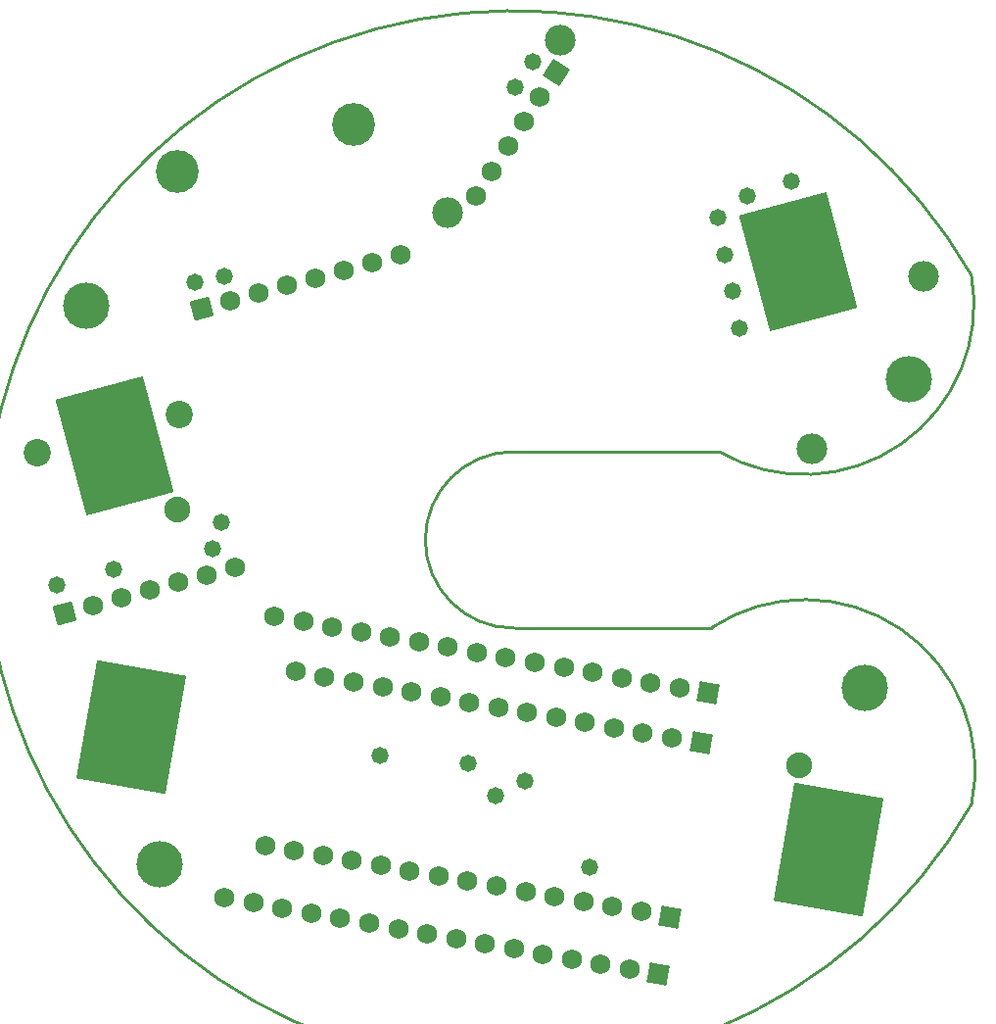
<source format=gbs>
G04*
G04 #@! TF.GenerationSoftware,Altium Limited,Altium Designer,20.2.8 (258)*
G04*
G04 Layer_Color=16711935*
%FSLAX24Y24*%
%MOIN*%
G70*
G04*
G04 #@! TF.SameCoordinates,457248F5-DA73-466C-AE77-A18651DC037B*
G04*
G04*
G04 #@! TF.FilePolarity,Negative*
G04*
G01*
G75*
%ADD10C,0.0100*%
%ADD15P,0.0965X4X305.0*%
%ADD16P,0.0962X4X305.0*%
%ADD17C,0.0680*%
%ADD18C,0.0682*%
%ADD19P,0.0962X4X150.0*%
%ADD20P,0.0962X4X60.0*%
%ADD21P,0.0962X4X372.0*%
%ADD22C,0.0880*%
%ADD23C,0.1580*%
%ADD24C,0.0580*%
%ADD25C,0.1458*%
%ADD26C,0.0930*%
%ADD27C,0.1045*%
G04:AMPARAMS|DCode=55|XSize=308mil|YSize=408mil|CornerRadius=0mil|HoleSize=0mil|Usage=FLASHONLY|Rotation=15.000|XOffset=0mil|YOffset=0mil|HoleType=Round|Shape=Rectangle|*
%AMROTATEDRECTD55*
4,1,4,-0.0960,-0.2369,-0.2016,0.1572,0.0960,0.2369,0.2016,-0.1572,-0.0960,-0.2369,0.0*
%
%ADD55ROTATEDRECTD55*%

G04:AMPARAMS|DCode=56|XSize=308mil|YSize=408mil|CornerRadius=0mil|HoleSize=0mil|Usage=FLASHONLY|Rotation=170.000|XOffset=0mil|YOffset=0mil|HoleType=Round|Shape=Rectangle|*
%AMROTATEDRECTD56*
4,1,4,0.1871,0.1742,0.1162,-0.2276,-0.1871,-0.1742,-0.1162,0.2276,0.1871,0.1742,0.0*
%
%ADD56ROTATEDRECTD56*%

D10*
X33638Y9050D02*
G03*
X24795Y15065I-5660J1187D01*
G01*
X25050Y21050D02*
G03*
X33638Y27050I2891J5008D01*
G01*
X18050Y21050D02*
G03*
X18050Y15050I0J-3000D01*
G01*
X33638Y27050D02*
G03*
X33638Y9050I-15588J-9000D01*
G01*
X18100Y15050D02*
X24805D01*
X18050Y21050D02*
X25050D01*
D15*
X23383Y5230D02*
D03*
X24425Y11139D02*
D03*
D16*
X24683Y12840D02*
D03*
X22987Y3269D02*
D03*
D17*
X23698Y13014D02*
D03*
X22713Y13187D02*
D03*
X21728Y13361D02*
D03*
X20744Y13534D02*
D03*
X19759Y13708D02*
D03*
X18774Y13882D02*
D03*
X17789Y14055D02*
D03*
X16804Y14229D02*
D03*
X15820Y14403D02*
D03*
X14835Y14576D02*
D03*
X13850Y14750D02*
D03*
X12865Y14924D02*
D03*
X11880Y15097D02*
D03*
X10896Y15271D02*
D03*
X9911Y15445D02*
D03*
X22002Y3443D02*
D03*
X21018Y3616D02*
D03*
X20033Y3790D02*
D03*
X19048Y3964D02*
D03*
X18063Y4137D02*
D03*
X17078Y4311D02*
D03*
X16094Y4484D02*
D03*
X15109Y4658D02*
D03*
X14124Y4832D02*
D03*
X13139Y5005D02*
D03*
X12154Y5179D02*
D03*
X11170Y5353D02*
D03*
X10185Y5526D02*
D03*
X9200Y5700D02*
D03*
X8215Y5874D02*
D03*
X8418Y26182D02*
D03*
X9384Y26441D02*
D03*
X10350Y26700D02*
D03*
X11316Y26959D02*
D03*
X12282Y27218D02*
D03*
X13248Y27476D02*
D03*
X14214Y27735D02*
D03*
X8582Y17118D02*
D03*
X7616Y16859D02*
D03*
X6650Y16600D02*
D03*
X5684Y16341D02*
D03*
X4718Y16082D02*
D03*
X3752Y15824D02*
D03*
X16777Y29757D02*
D03*
X17321Y30595D02*
D03*
X17866Y31434D02*
D03*
X18411Y32273D02*
D03*
X18955Y33111D02*
D03*
D18*
X22398Y5404D02*
D03*
X21413Y5578D02*
D03*
X20428Y5751D02*
D03*
X19444Y5925D02*
D03*
X18459Y6099D02*
D03*
X17474Y6272D02*
D03*
X16489Y6446D02*
D03*
X15504Y6620D02*
D03*
X14520Y6793D02*
D03*
X13535Y6967D02*
D03*
X12550Y7141D02*
D03*
X11565Y7314D02*
D03*
X10580Y7488D02*
D03*
X9596Y7662D02*
D03*
X23440Y11313D02*
D03*
X22455Y11487D02*
D03*
X21470Y11660D02*
D03*
X20485Y11834D02*
D03*
X19501Y12008D02*
D03*
X18516Y12181D02*
D03*
X17531Y12355D02*
D03*
X16546Y12529D02*
D03*
X15561Y12702D02*
D03*
X14577Y12876D02*
D03*
X13592Y13049D02*
D03*
X12607Y13223D02*
D03*
X11622Y13397D02*
D03*
X10637Y13570D02*
D03*
D19*
X7452Y25924D02*
D03*
D20*
X2786Y15565D02*
D03*
D21*
X19500Y33950D02*
D03*
D22*
X6596Y19088D02*
D03*
X27771Y10380D02*
D03*
D23*
X31500Y23500D02*
D03*
X3500Y26000D02*
D03*
X6000Y7000D02*
D03*
X30000Y13000D02*
D03*
D24*
X27500Y30250D02*
D03*
X26000Y29750D02*
D03*
X25000Y29000D02*
D03*
X25250Y27750D02*
D03*
X25500Y26500D02*
D03*
X25750Y25250D02*
D03*
X20650Y6900D02*
D03*
X8100Y18650D02*
D03*
X7800Y17750D02*
D03*
X17450Y9350D02*
D03*
X18450Y9850D02*
D03*
X13500Y10700D02*
D03*
X16500Y10450D02*
D03*
X18700Y34300D02*
D03*
X18100Y33450D02*
D03*
X7200Y26800D02*
D03*
X8200Y27000D02*
D03*
X4450Y17050D02*
D03*
X2500Y16500D02*
D03*
D25*
X6622Y30567D02*
D03*
X12611Y32172D02*
D03*
D26*
X1846Y21007D02*
D03*
X6675Y22301D02*
D03*
D27*
X28195Y21149D02*
D03*
X32007Y27020D02*
D03*
X19625Y35061D02*
D03*
X15813Y29190D02*
D03*
D55*
X4462Y21260D02*
D03*
X27750Y27500D02*
D03*
D56*
X28788Y7510D02*
D03*
X5045Y11697D02*
D03*
M02*

</source>
